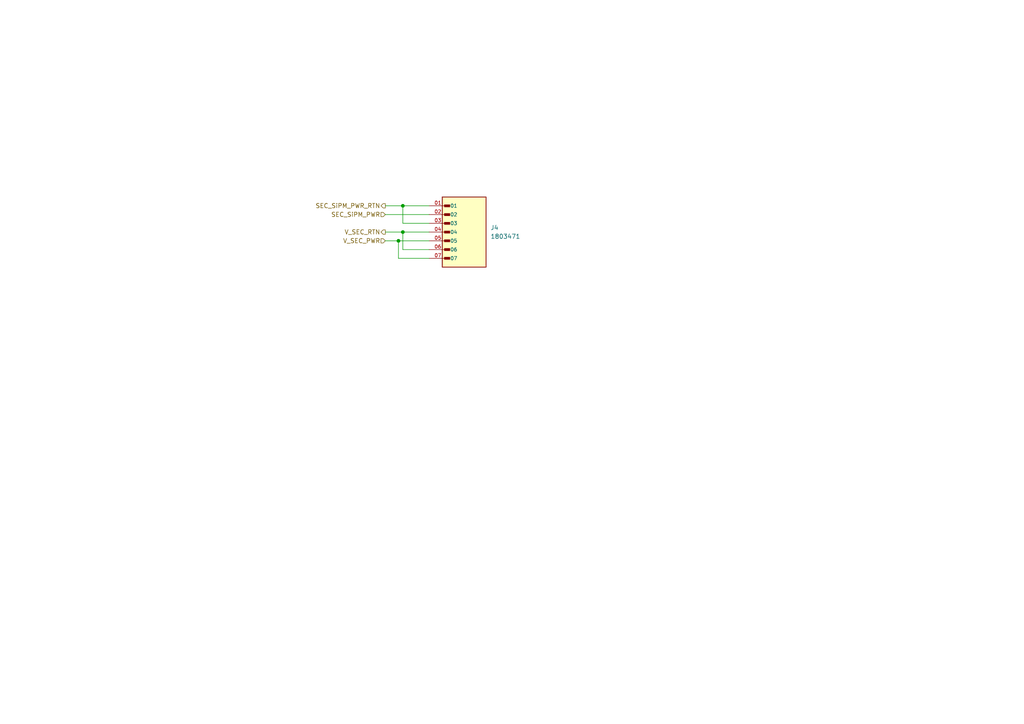
<source format=kicad_sch>
(kicad_sch
	(version 20250114)
	(generator "eeschema")
	(generator_version "9.0")
	(uuid "f48704cc-b0b6-4ac4-8bf7-8c9de4acd0f1")
	(paper "A4")
	(lib_symbols
		(symbol "Wurth_Elektronik:1803471"
			(pin_names
				(offset 1.016)
			)
			(exclude_from_sim no)
			(in_bom yes)
			(on_board yes)
			(property "Reference" "J"
				(at -6.858 10.16 0)
				(effects
					(font
						(size 1.27 1.27)
					)
					(justify left bottom)
				)
			)
			(property "Value" "1803471"
				(at -6.35 -12.7 0)
				(effects
					(font
						(size 1.27 1.27)
					)
					(justify left bottom)
				)
			)
			(property "Footprint" "PHOENIX_1803471"
				(at 0 0 0)
				(effects
					(font
						(size 1.27 1.27)
					)
					(justify left bottom)
					(hide yes)
				)
			)
			(property "Datasheet" ""
				(at 0 0 0)
				(effects
					(font
						(size 1.27 1.27)
					)
					(justify left bottom)
					(hide yes)
				)
			)
			(property "Description" ""
				(at 0 0 0)
				(effects
					(font
						(size 1.27 1.27)
					)
					(hide yes)
				)
			)
			(property "PARTREV" "25.02.2015"
				(at 0 0 0)
				(effects
					(font
						(size 1.27 1.27)
					)
					(justify left bottom)
					(hide yes)
				)
			)
			(property "STANDARD" "Manufacturer Recommendations"
				(at 0 0 0)
				(effects
					(font
						(size 1.27 1.27)
					)
					(justify left bottom)
					(hide yes)
				)
			)
			(property "MANUFACTURER" "Phoenix Contact"
				(at 0 0 0)
				(effects
					(font
						(size 1.27 1.27)
					)
					(justify left bottom)
					(hide yes)
				)
			)
			(property "ki_locked" ""
				(at 0 0 0)
				(effects
					(font
						(size 1.27 1.27)
					)
				)
			)
			(symbol "1803471_0_0"
				(rectangle
					(start -6.35 -10.16)
					(end 6.35 10.16)
					(stroke
						(width 0.254)
						(type solid)
					)
					(fill
						(type background)
					)
				)
				(rectangle
					(start -5.715 7.2898)
					(end -4.1402 7.9248)
					(stroke
						(width 0)
						(type solid)
					)
					(fill
						(type outline)
					)
				)
				(rectangle
					(start -5.715 4.7498)
					(end -4.1402 5.3848)
					(stroke
						(width 0)
						(type solid)
					)
					(fill
						(type outline)
					)
				)
				(rectangle
					(start -5.715 2.2098)
					(end -4.1402 2.8448)
					(stroke
						(width 0)
						(type solid)
					)
					(fill
						(type outline)
					)
				)
				(rectangle
					(start -5.715 -0.3048)
					(end -4.1402 0.3048)
					(stroke
						(width 0)
						(type solid)
					)
					(fill
						(type outline)
					)
				)
				(rectangle
					(start -5.715 -2.8448)
					(end -4.1402 -2.2098)
					(stroke
						(width 0)
						(type solid)
					)
					(fill
						(type outline)
					)
				)
				(rectangle
					(start -5.715 -5.3848)
					(end -4.1402 -4.7498)
					(stroke
						(width 0)
						(type solid)
					)
					(fill
						(type outline)
					)
				)
				(rectangle
					(start -5.715 -7.9248)
					(end -4.1402 -7.2898)
					(stroke
						(width 0)
						(type solid)
					)
					(fill
						(type outline)
					)
				)
				(pin passive line
					(at -10.16 7.62 0)
					(length 5.08)
					(name "01"
						(effects
							(font
								(size 1.016 1.016)
							)
						)
					)
					(number "01"
						(effects
							(font
								(size 1.016 1.016)
							)
						)
					)
				)
				(pin passive line
					(at -10.16 5.08 0)
					(length 5.08)
					(name "02"
						(effects
							(font
								(size 1.016 1.016)
							)
						)
					)
					(number "02"
						(effects
							(font
								(size 1.016 1.016)
							)
						)
					)
				)
				(pin passive line
					(at -10.16 2.54 0)
					(length 5.08)
					(name "03"
						(effects
							(font
								(size 1.016 1.016)
							)
						)
					)
					(number "03"
						(effects
							(font
								(size 1.016 1.016)
							)
						)
					)
				)
				(pin passive line
					(at -10.16 0 0)
					(length 5.08)
					(name "04"
						(effects
							(font
								(size 1.016 1.016)
							)
						)
					)
					(number "04"
						(effects
							(font
								(size 1.016 1.016)
							)
						)
					)
				)
				(pin passive line
					(at -10.16 -2.54 0)
					(length 5.08)
					(name "05"
						(effects
							(font
								(size 1.016 1.016)
							)
						)
					)
					(number "05"
						(effects
							(font
								(size 1.016 1.016)
							)
						)
					)
				)
				(pin passive line
					(at -10.16 -5.08 0)
					(length 5.08)
					(name "06"
						(effects
							(font
								(size 1.016 1.016)
							)
						)
					)
					(number "06"
						(effects
							(font
								(size 1.016 1.016)
							)
						)
					)
				)
				(pin passive line
					(at -10.16 -7.62 0)
					(length 5.08)
					(name "07"
						(effects
							(font
								(size 1.016 1.016)
							)
						)
					)
					(number "07"
						(effects
							(font
								(size 1.016 1.016)
							)
						)
					)
				)
			)
			(embedded_fonts no)
		)
	)
	(junction
		(at 115.57 69.85)
		(diameter 0)
		(color 0 0 0 0)
		(uuid "c60cf797-54e5-4fd3-b696-bd59a7e9200b")
	)
	(junction
		(at 116.84 67.31)
		(diameter 0)
		(color 0 0 0 0)
		(uuid "d3b64043-81ee-4b8e-8d26-910712c0eb0f")
	)
	(junction
		(at 116.84 59.69)
		(diameter 0)
		(color 0 0 0 0)
		(uuid "e69c45c1-b5cf-4920-abaf-f394b6590be2")
	)
	(wire
		(pts
			(xy 115.57 69.85) (xy 124.46 69.85)
		)
		(stroke
			(width 0)
			(type default)
		)
		(uuid "04b59671-0e01-4785-9ff5-bf957d0cc688")
	)
	(wire
		(pts
			(xy 111.76 69.85) (xy 115.57 69.85)
		)
		(stroke
			(width 0)
			(type default)
		)
		(uuid "0c7501f6-61cc-4fae-8225-166c265fbbb6")
	)
	(wire
		(pts
			(xy 124.46 67.31) (xy 116.84 67.31)
		)
		(stroke
			(width 0)
			(type default)
		)
		(uuid "12fd3ade-2b67-4e4c-9a9a-eadefe5c0db8")
	)
	(wire
		(pts
			(xy 111.76 59.69) (xy 116.84 59.69)
		)
		(stroke
			(width 0)
			(type default)
		)
		(uuid "239560b2-495b-4b24-a160-3698e9da3282")
	)
	(wire
		(pts
			(xy 116.84 64.77) (xy 116.84 59.69)
		)
		(stroke
			(width 0)
			(type default)
		)
		(uuid "25d31f4d-1db1-4a23-8151-b185ac3de56f")
	)
	(wire
		(pts
			(xy 111.76 62.23) (xy 124.46 62.23)
		)
		(stroke
			(width 0)
			(type default)
		)
		(uuid "2658d4c8-722e-4328-a47d-599e249b3a5d")
	)
	(wire
		(pts
			(xy 116.84 67.31) (xy 111.76 67.31)
		)
		(stroke
			(width 0)
			(type default)
		)
		(uuid "42e12ead-7cc0-4217-a6a7-685cccda340e")
	)
	(wire
		(pts
			(xy 124.46 64.77) (xy 116.84 64.77)
		)
		(stroke
			(width 0)
			(type default)
		)
		(uuid "7328a173-ec32-4ab2-8627-063ed3b1e0bd")
	)
	(wire
		(pts
			(xy 116.84 59.69) (xy 124.46 59.69)
		)
		(stroke
			(width 0)
			(type default)
		)
		(uuid "75c7ae1d-8f39-4866-8c59-39e0724fd6c1")
	)
	(wire
		(pts
			(xy 124.46 72.39) (xy 116.84 72.39)
		)
		(stroke
			(width 0)
			(type default)
		)
		(uuid "8052b7e8-201d-4db6-91e2-bc8fdd0e4d69")
	)
	(wire
		(pts
			(xy 116.84 72.39) (xy 116.84 67.31)
		)
		(stroke
			(width 0)
			(type default)
		)
		(uuid "ac9d1bec-5898-41d7-8fc7-cfa7cd1a0259")
	)
	(wire
		(pts
			(xy 124.46 74.93) (xy 115.57 74.93)
		)
		(stroke
			(width 0)
			(type default)
		)
		(uuid "d01e06aa-9059-47eb-92b2-10daf457afd2")
	)
	(wire
		(pts
			(xy 115.57 74.93) (xy 115.57 69.85)
		)
		(stroke
			(width 0)
			(type default)
		)
		(uuid "ddd0e975-e713-4888-8a15-c0fda8d6a5d5")
	)
	(hierarchical_label "SEC_SiPM_PWR_RTN"
		(shape output)
		(at 111.76 59.69 180)
		(effects
			(font
				(size 1.27 1.27)
			)
			(justify right)
		)
		(uuid "5a2d657f-13c8-4b51-9393-066211be547c")
	)
	(hierarchical_label "V_SEC_PWR"
		(shape input)
		(at 111.76 69.85 180)
		(effects
			(font
				(size 1.27 1.27)
			)
			(justify right)
		)
		(uuid "673c1f1f-d101-4ec6-9634-55264be012dc")
	)
	(hierarchical_label "V_SEC_RTN"
		(shape output)
		(at 111.76 67.31 180)
		(effects
			(font
				(size 1.27 1.27)
			)
			(justify right)
		)
		(uuid "d89097d2-e508-4676-bd94-9f5375535837")
	)
	(hierarchical_label "SEC_SiPM_PWR"
		(shape input)
		(at 111.76 62.23 180)
		(effects
			(font
				(size 1.27 1.27)
			)
			(justify right)
		)
		(uuid "f8ecd677-2e0e-439b-844b-32d22299b6d4")
	)
	(symbol
		(lib_id "Wurth_Elektronik:1803471")
		(at 134.62 67.31 0)
		(unit 1)
		(exclude_from_sim no)
		(in_bom yes)
		(on_board yes)
		(dnp no)
		(fields_autoplaced yes)
		(uuid "89425fc2-748f-4d58-ae16-f8fa58b3f9fc")
		(property "Reference" "J2"
			(at 142.24 66.0399 0)
			(effects
				(font
					(size 1.27 1.27)
				)
				(justify left)
			)
		)
		(property "Value" "1803471"
			(at 142.24 68.5799 0)
			(effects
				(font
					(size 1.27 1.27)
				)
				(justify left)
			)
		)
		(property "Footprint" "Wurth_Elektronik:PHOENIX_1803471"
			(at 134.62 67.31 0)
			(effects
				(font
					(size 1.27 1.27)
				)
				(justify left bottom)
				(hide yes)
			)
		)
		(property "Datasheet" ""
			(at 134.62 67.31 0)
			(effects
				(font
					(size 1.27 1.27)
				)
				(justify left bottom)
				(hide yes)
			)
		)
		(property "Description" "TERM BLOCK HDR 7POS 3.81MM"
			(at 134.62 67.31 0)
			(effects
				(font
					(size 1.27 1.27)
				)
				(hide yes)
			)
		)
		(property "Manufacturer" "Phoenix Contact"
			(at 134.62 67.31 0)
			(effects
				(font
					(size 1.27 1.27)
				)
				(justify left bottom)
				(hide yes)
			)
		)
		(property "Vendor" "Digikey"
			(at 134.62 67.31 0)
			(effects
				(font
					(size 1.27 1.27)
				)
				(hide yes)
			)
		)
		(property "VendorPN" "277-1226-ND"
			(at 134.62 67.31 0)
			(effects
				(font
					(size 1.27 1.27)
				)
				(hide yes)
			)
		)
		(property "VendorURL" "https://www.digikey.com/en/products/detail/phoenix-contact/1803471/260594"
			(at 134.62 67.31 0)
			(effects
				(font
					(size 1.27 1.27)
				)
				(hide yes)
			)
		)
		(property "PARTREV" "25.02.2015"
			(at 134.62 67.31 0)
			(effects
				(font
					(size 1.27 1.27)
				)
				(justify left bottom)
				(hide yes)
			)
		)
		(property "STANDARD" "Manufacturer Recommendations"
			(at 134.62 67.31 0)
			(effects
				(font
					(size 1.27 1.27)
				)
				(justify left bottom)
				(hide yes)
			)
		)
		(property "MPN" "1803471"
			(at 134.62 67.31 0)
			(effects
				(font
					(size 1.27 1.27)
				)
				(hide yes)
			)
		)
		(pin "07"
			(uuid "a6d663fd-6ba3-4c72-87ed-080ffb397b4f")
		)
		(pin "04"
			(uuid "019cae90-4d9f-402d-8cb4-b2b69499ae6e")
		)
		(pin "06"
			(uuid "7581af65-5b8f-4ff6-bc78-b2733fa113dc")
		)
		(pin "02"
			(uuid "b6aa5f17-aa4e-4b5e-9b47-a31d8a13cdd2")
		)
		(pin "05"
			(uuid "8bfcebae-5f63-4caf-a4fa-5eede2426814")
		)
		(pin "03"
			(uuid "93153854-6ab1-4aae-a181-1ee382ec51b2")
		)
		(pin "01"
			(uuid "aa2409a1-c69a-4778-bc74-14bb38d868cf")
		)
		(instances
			(project ""
				(path "/f2c49594-1e47-411f-9b00-fc1877130d98/08d3a665-642b-47c7-b56d-0247fd75ffb9"
					(reference "J4")
					(unit 1)
				)
				(path "/f2c49594-1e47-411f-9b00-fc1877130d98/224db634-91a5-4968-8e77-604ae0cd9abe"
					(reference "J7")
					(unit 1)
				)
				(path "/f2c49594-1e47-411f-9b00-fc1877130d98/2bc7767e-9a5c-4349-a233-d18e0613edb4"
					(reference "J2")
					(unit 1)
				)
				(path "/f2c49594-1e47-411f-9b00-fc1877130d98/75f35435-f02c-4c7a-9254-d044d04f6b4b"
					(reference "J5")
					(unit 1)
				)
				(path "/f2c49594-1e47-411f-9b00-fc1877130d98/8400695a-8341-4f33-b656-113e28d8581f"
					(reference "J6")
					(unit 1)
				)
				(path "/f2c49594-1e47-411f-9b00-fc1877130d98/ca876868-8691-4429-ae2f-432fa9c77041"
					(reference "J3")
					(unit 1)
				)
			)
		)
	)
)

</source>
